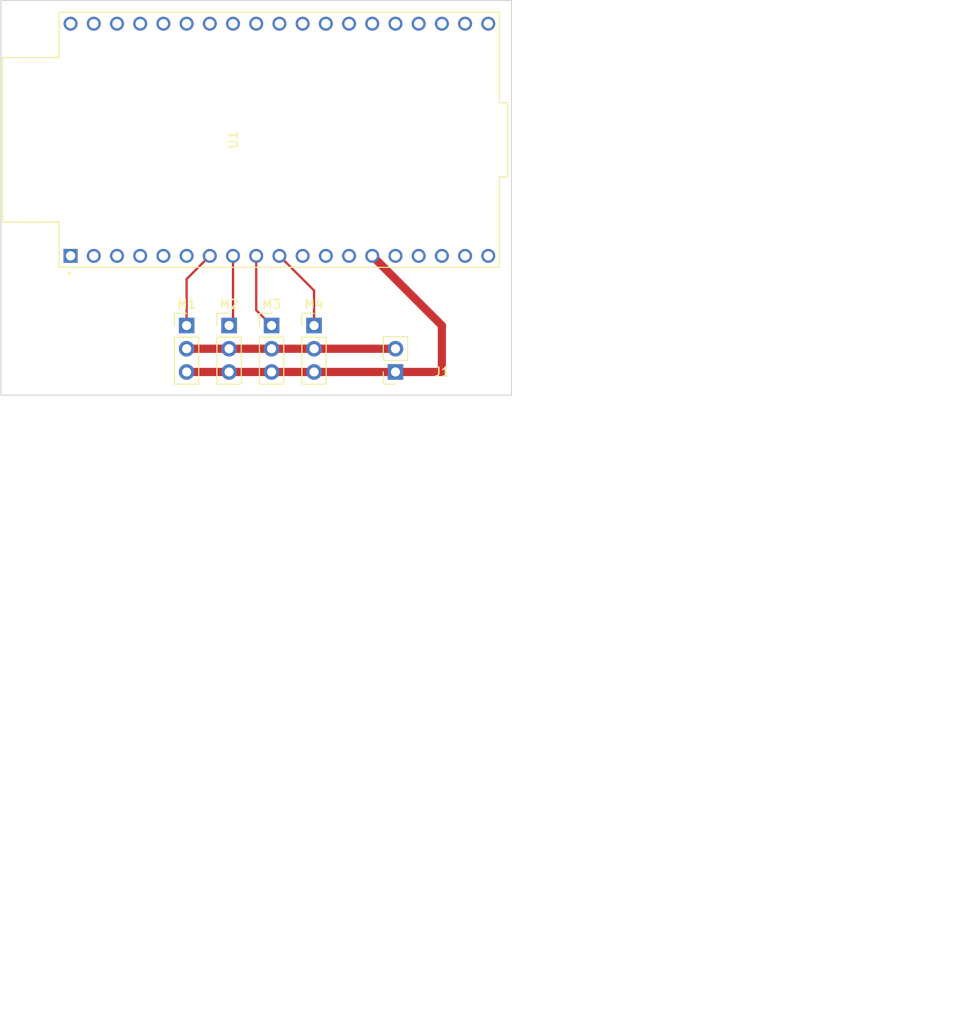
<source format=kicad_pcb>
(kicad_pcb (version 20221018) (generator pcbnew)
  (layers (0 "F.Cu" signal) (31 "B.Cu" signal) (34 "B.Paste" user) (35 "F.Paste" user) (36 "B.SilkS" user "B.Silkscreen") (37 "F.SilkS" user "F.Silkscreen") (38 "B.Mask" user) (39 "F.Mask" user) (44 "Edge.Cuts" user))
  (net 0 "")
  (net 1 "Net-(M1-PWM)")
  (net 2 "Net-(M1--)")
  (net 3 "Net-(M2-PWM)")
  (net 4 "Net-(M3-PWM)")
  (net 5 "Net-(M4-PWM)")
  (net 37 "Net-(M1-+)")
  (footprint "Connector_PinSocket_2.54mm:PinSocket_1x02_P2.54mm_Vertical" (layer "F.Cu") (at 157.49 121.92 180)
    (fp_text reference "J1" (at -5.08 0) (layer "F.SilkS"))
    (fp_text value "Barrel_Jack")
    (fp_line (start -1.33 1.27) (end -1.33 3.87) (stroke (width 0.12)) (layer "F.SilkS"))
    (fp_line (start -1.33 1.27) (end 1.33 1.27) (stroke (width 0.12)) (layer "F.SilkS"))
    (fp_line (start -1.33 3.87) (end 1.33 3.87) (stroke (width 0.12)) (layer "F.SilkS"))
    (fp_line (start 0 -1.33) (end 1.33 -1.33) (stroke (width 0.12)) (layer "F.SilkS"))
    (fp_line (start 1.33 -1.33) (end 1.33 0) (stroke (width 0.12)) (layer "F.SilkS"))
    (fp_line (start 1.33 1.27) (end 1.33 3.87) (stroke (width 0.12)) (layer "F.SilkS"))
    (pad "1" thru_hole rect (at 0 0 180) (size 1.7 1.7) (drill 1) (layers "*.Cu" "*.Mask") (net 2 "Net-(M1--)"))
    (pad "2" thru_hole oval (at 0 2.54 180) (size 1.7 1.7) (drill 1) (layers "*.Cu" "*.Mask") (net 37 "Net-(M1-+)"))
  )
  (footprint "Connector_PinHeader_2.54mm:PinHeader_1x03_P2.54mm_Vertical" (layer "F.Cu") (at 143.93 116.84)
    (fp_text reference "M3" (at 0 -2.33) (layer "F.SilkS"))
    (fp_text value "Motor_Servo")
    (fp_line (start -1.33 -1.33) (end 0 -1.33) (stroke (width 0.12)) (layer "F.SilkS"))
    (fp_line (start -1.33 0) (end -1.33 -1.33) (stroke (width 0.12)) (layer "F.SilkS"))
    (fp_line (start -1.33 1.27) (end -1.33 6.41) (stroke (width 0.12)) (layer "F.SilkS"))
    (fp_line (start -1.33 1.27) (end 1.33 1.27) (stroke (width 0.12)) (layer "F.SilkS"))
    (fp_line (start -1.33 6.41) (end 1.33 6.41) (stroke (width 0.12)) (layer "F.SilkS"))
    (fp_line (start 1.33 1.27) (end 1.33 6.41) (stroke (width 0.12)) (layer "F.SilkS"))
    (pad "1" thru_hole rect (at 0 0) (size 1.7 1.7) (drill 1) (layers "*.Cu" "*.Mask") (net 4 "Net-(M3-PWM)"))
    (pad "2" thru_hole oval (at 0 2.54) (size 1.7 1.7) (drill 1) (layers "*.Cu" "*.Mask") (net 37 "Net-(M1-+)"))
    (pad "3" thru_hole oval (at 0 5.08) (size 1.7 1.7) (drill 1) (layers "*.Cu" "*.Mask") (net 2 "Net-(M1--)"))
  )
  (footprint "Connector_PinHeader_2.54mm:PinHeader_1x03_P2.54mm_Vertical" (layer "F.Cu") (at 148.58 116.84)
    (fp_text reference "M4" (at 0 -2.33) (layer "F.SilkS"))
    (fp_text value "Motor_Servo")
    (fp_line (start -1.33 -1.33) (end 0 -1.33) (stroke (width 0.12)) (layer "F.SilkS"))
    (fp_line (start -1.33 0) (end -1.33 -1.33) (stroke (width 0.12)) (layer "F.SilkS"))
    (fp_line (start -1.33 1.27) (end -1.33 6.41) (stroke (width 0.12)) (layer "F.SilkS"))
    (fp_line (start -1.33 1.27) (end 1.33 1.27) (stroke (width 0.12)) (layer "F.SilkS"))
    (fp_line (start -1.33 6.41) (end 1.33 6.41) (stroke (width 0.12)) (layer "F.SilkS"))
    (fp_line (start 1.33 1.27) (end 1.33 6.41) (stroke (width 0.12)) (layer "F.SilkS"))
    (pad "1" thru_hole rect (at 0 0) (size 1.7 1.7) (drill 1) (layers "*.Cu" "*.Mask") (net 5 "Net-(M4-PWM)"))
    (pad "2" thru_hole oval (at 0 2.54) (size 1.7 1.7) (drill 1) (layers "*.Cu" "*.Mask") (net 37 "Net-(M1-+)"))
    (pad "3" thru_hole oval (at 0 5.08) (size 1.7 1.7) (drill 1) (layers "*.Cu" "*.Mask") (net 2 "Net-(M1--)"))
  )
  (footprint "Connector_PinHeader_2.54mm:PinHeader_1x03_P2.54mm_Vertical" (layer "F.Cu") (at 134.63 116.84)
    (fp_text reference "M1" (at 0 -2.33) (layer "F.SilkS"))
    (fp_text value "Motor_Servo")
    (fp_line (start -1.33 -1.33) (end 0 -1.33) (stroke (width 0.12)) (layer "F.SilkS"))
    (fp_line (start -1.33 0) (end -1.33 -1.33) (stroke (width 0.12)) (layer "F.SilkS"))
    (fp_line (start -1.33 1.27) (end -1.33 6.41) (stroke (width 0.12)) (layer "F.SilkS"))
    (fp_line (start -1.33 1.27) (end 1.33 1.27) (stroke (width 0.12)) (layer "F.SilkS"))
    (fp_line (start -1.33 6.41) (end 1.33 6.41) (stroke (width 0.12)) (layer "F.SilkS"))
    (fp_line (start 1.33 1.27) (end 1.33 6.41) (stroke (width 0.12)) (layer "F.SilkS"))
    (pad "1" thru_hole rect (at 0 0) (size 1.7 1.7) (drill 1) (layers "*.Cu" "*.Mask") (net 1 "Net-(M1-PWM)"))
    (pad "2" thru_hole oval (at 0 2.54) (size 1.7 1.7) (drill 1) (layers "*.Cu" "*.Mask") (net 37 "Net-(M1-+)"))
    (pad "3" thru_hole oval (at 0 5.08) (size 1.7 1.7) (drill 1) (layers "*.Cu" "*.Mask") (net 2 "Net-(M1--)"))
  )
  (footprint "Connector_PinHeader_2.54mm:PinHeader_1x03_P2.54mm_Vertical" (layer "F.Cu") (at 139.28 116.84)
    (fp_text reference "M2" (at 0 -2.33) (layer "F.SilkS"))
    (fp_text value "Motor_Servo")
    (fp_line (start -1.33 -1.33) (end 0 -1.33) (stroke (width 0.12)) (layer "F.SilkS"))
    (fp_line (start -1.33 0) (end -1.33 -1.33) (stroke (width 0.12)) (layer "F.SilkS"))
    (fp_line (start -1.33 1.27) (end -1.33 6.41) (stroke (width 0.12)) (layer "F.SilkS"))
    (fp_line (start -1.33 1.27) (end 1.33 1.27) (stroke (width 0.12)) (layer "F.SilkS"))
    (fp_line (start -1.33 6.41) (end 1.33 6.41) (stroke (width 0.12)) (layer "F.SilkS"))
    (fp_line (start 1.33 1.27) (end 1.33 6.41) (stroke (width 0.12)) (layer "F.SilkS"))
    (pad "1" thru_hole rect (at 0 0) (size 1.7 1.7) (drill 1) (layers "*.Cu" "*.Mask") (net 3 "Net-(M2-PWM)"))
    (pad "2" thru_hole oval (at 0 2.54) (size 1.7 1.7) (drill 1) (layers "*.Cu" "*.Mask") (net 37 "Net-(M1-+)"))
    (pad "3" thru_hole oval (at 0 5.08) (size 1.7 1.7) (drill 1) (layers "*.Cu" "*.Mask") (net 2 "Net-(M1--)"))
  )
  (footprint "ESP32-DEVKITC-32U:MODULE_ESP32-DEVKITC-32U" (layer "F.Cu") (at 144.78 96.52 90)
    (fp_text reference "U1" (at 0 -5.07 90) (layer "F.SilkS"))
    (fp_text value "ESP32-DEVKITC-32U")
    (fp_line (start -13.95 -24.1) (end -13.95 24.1) (stroke (width 0.127)) (layer "F.SilkS"))
    (fp_line (start -13.95 24.1) (end -4.07 24.1) (stroke (width 0.127)) (layer "F.SilkS"))
    (fp_line (start -9 -30.3) (end 9 -30.3) (stroke (width 0.127)) (layer "F.SilkS"))
    (fp_line (start -9 -24.1) (end -13.95 -24.1) (stroke (width 0.127)) (layer "F.SilkS"))
    (fp_line (start -9 -24.1) (end -9 -30.3) (stroke (width 0.127)) (layer "F.SilkS"))
    (fp_line (start -4.07 24.1) (end -4.07 25) (stroke (width 0.127)) (layer "F.SilkS"))
    (fp_line (start -4.07 25) (end 4.06 25) (stroke (width 0.127)) (layer "F.SilkS"))
    (fp_line (start 4.06 24.1) (end 13.95 24.1) (stroke (width 0.127)) (layer "F.SilkS"))
    (fp_line (start 4.06 25) (end 4.06 24.1) (stroke (width 0.127)) (layer "F.SilkS"))
    (fp_line (start 9 -30.3) (end 9 -24.1) (stroke (width 0.127)) (layer "F.SilkS"))
    (fp_line (start 13.95 -24.1) (end 9 -24.1) (stroke (width 0.127)) (layer "F.SilkS"))
    (fp_line (start 13.95 24.1) (end 13.95 -24.1) (stroke (width 0.127)) (layer "F.SilkS"))
    (fp_circle (center -14.57 -22.97) (end -14.47 -22.97) (stroke (width 0.2)) (fill none) (layer "F.SilkS"))
    (pad "1" thru_hole rect (at -12.7 -22.85 90) (size 1.53 1.53) (drill 1.02) (layers "*.Cu" "*.Mask"))
    (pad "2" thru_hole circle (at -12.7 -20.31 90) (size 1.53 1.53) (drill 1.02) (layers "*.Cu" "*.Mask"))
    (pad "3" thru_hole circle (at -12.7 -17.77 90) (size 1.53 1.53) (drill 1.02) (layers "*.Cu" "*.Mask"))
    (pad "4" thru_hole circle (at -12.7 -15.23 90) (size 1.53 1.53) (drill 1.02) (layers "*.Cu" "*.Mask"))
    (pad "5" thru_hole circle (at -12.7 -12.69 90) (size 1.53 1.53) (drill 1.02) (layers "*.Cu" "*.Mask"))
    (pad "6" thru_hole circle (at -12.7 -10.15 90) (size 1.53 1.53) (drill 1.02) (layers "*.Cu" "*.Mask"))
    (pad "7" thru_hole circle (at -12.7 -7.61 90) (size 1.53 1.53) (drill 1.02) (layers "*.Cu" "*.Mask") (net 1 "Net-(M1-PWM)"))
    (pad "8" thru_hole circle (at -12.7 -5.07 90) (size 1.53 1.53) (drill 1.02) (layers "*.Cu" "*.Mask") (net 3 "Net-(M2-PWM)"))
    (pad "9" thru_hole circle (at -12.7 -2.53 90) (size 1.53 1.53) (drill 1.02) (layers "*.Cu" "*.Mask") (net 4 "Net-(M3-PWM)"))
    (pad "10" thru_hole circle (at -12.7 0.01 90) (size 1.53 1.53) (drill 1.02) (layers "*.Cu" "*.Mask") (net 5 "Net-(M4-PWM)"))
    (pad "11" thru_hole circle (at -12.7 2.55 90) (size 1.53 1.53) (drill 1.02) (layers "*.Cu" "*.Mask"))
    (pad "12" thru_hole circle (at -12.7 5.09 90) (size 1.53 1.53) (drill 1.02) (layers "*.Cu" "*.Mask"))
    (pad "13" thru_hole circle (at -12.7 7.63 90) (size 1.53 1.53) (drill 1.02) (layers "*.Cu" "*.Mask"))
    (pad "14" thru_hole circle (at -12.7 10.17 90) (size 1.53 1.53) (drill 1.02) (layers "*.Cu" "*.Mask") (net 2 "Net-(M1--)"))
    (pad "15" thru_hole circle (at -12.7 12.71 90) (size 1.53 1.53) (drill 1.02) (layers "*.Cu" "*.Mask"))
    (pad "16" thru_hole circle (at -12.7 15.25 90) (size 1.53 1.53) (drill 1.02) (layers "*.Cu" "*.Mask"))
    (pad "17" thru_hole circle (at -12.7 17.79 90) (size 1.53 1.53) (drill 1.02) (layers "*.Cu" "*.Mask"))
    (pad "18" thru_hole circle (at -12.7 20.33 90) (size 1.53 1.53) (drill 1.02) (layers "*.Cu" "*.Mask"))
    (pad "19" thru_hole circle (at -12.7 22.87 90) (size 1.53 1.53) (drill 1.02) (layers "*.Cu" "*.Mask"))
    (pad "20" thru_hole circle (at 12.7 22.87 90) (size 1.53 1.53) (drill 1.02) (layers "*.Cu" "*.Mask"))
    (pad "21" thru_hole circle (at 12.7 20.33 90) (size 1.53 1.53) (drill 1.02) (layers "*.Cu" "*.Mask"))
    (pad "22" thru_hole circle (at 12.7 17.79 90) (size 1.53 1.53) (drill 1.02) (layers "*.Cu" "*.Mask"))
    (pad "23" thru_hole circle (at 12.7 15.25 90) (size 1.53 1.53) (drill 1.02) (layers "*.Cu" "*.Mask"))
    (pad "24" thru_hole circle (at 12.7 12.71 90) (size 1.53 1.53) (drill 1.02) (layers "*.Cu" "*.Mask"))
    (pad "25" thru_hole circle (at 12.7 10.17 90) (size 1.53 1.53) (drill 1.02) (layers "*.Cu" "*.Mask"))
    (pad "26" thru_hole circle (at 12.7 7.63 90) (size 1.53 1.53) (drill 1.02) (layers "*.Cu" "*.Mask"))
    (pad "27" thru_hole circle (at 12.7 5.09 90) (size 1.53 1.53) (drill 1.02) (layers "*.Cu" "*.Mask"))
    (pad "28" thru_hole circle (at 12.7 2.55 90) (size 1.53 1.53) (drill 1.02) (layers "*.Cu" "*.Mask"))
    (pad "29" thru_hole circle (at 12.7 0.01 90) (size 1.53 1.53) (drill 1.02) (layers "*.Cu" "*.Mask"))
    (pad "30" thru_hole circle (at 12.7 -2.53 90) (size 1.53 1.53) (drill 1.02) (layers "*.Cu" "*.Mask"))
    (pad "31" thru_hole circle (at 12.7 -5.07 90) (size 1.53 1.53) (drill 1.02) (layers "*.Cu" "*.Mask"))
    (pad "32" thru_hole circle (at 12.7 -7.61 90) (size 1.53 1.53) (drill 1.02) (layers "*.Cu" "*.Mask"))
    (pad "33" thru_hole circle (at 12.7 -10.15 90) (size 1.53 1.53) (drill 1.02) (layers "*.Cu" "*.Mask"))
    (pad "34" thru_hole circle (at 12.7 -12.69 90) (size 1.53 1.53) (drill 1.02) (layers "*.Cu" "*.Mask"))
    (pad "35" thru_hole circle (at 12.7 -15.23 90) (size 1.53 1.53) (drill 1.02) (layers "*.Cu" "*.Mask"))
    (pad "36" thru_hole circle (at 12.7 -17.77 90) (size 1.53 1.53) (drill 1.02) (layers "*.Cu" "*.Mask"))
    (pad "37" thru_hole circle (at 12.7 -20.31 90) (size 1.53 1.53) (drill 1.02) (layers "*.Cu" "*.Mask"))
    (pad "38" thru_hole circle (at 12.7 -22.85 90) (size 1.53 1.53) (drill 1.02) (layers "*.Cu" "*.Mask"))
  )
  (gr_rect (start 114.31 81.28) (end 170.19 124.46) (stroke (width 0.1)) (fill none) (layer "Edge.Cuts"))
  (segment (start 134.63 111.76) (end 134.63 116.84) (width 0.25) (layer "F.Cu") (net 1))
  (segment (start 137.17 109.22) (end 134.63 111.76) (width 0.25) (layer "F.Cu") (net 1))
  (segment (start 162.57 116.84) (end 162.57 121.92) (width 0.9) (layer "F.Cu") (net 2))
  (segment (start 157.49 121.92) (end 134.63 121.92) (width 0.9) (layer "F.Cu") (net 2))
  (segment (start 154.95 109.22) (end 162.57 116.84) (width 0.9) (layer "F.Cu") (net 2))
  (segment (start 162.57 121.92) (end 157.49 121.92) (width 0.9) (layer "F.Cu") (net 2))
  (segment (start 139.71 116.41) (end 139.28 116.84) (width 0.25) (layer "F.Cu") (net 3))
  (segment (start 139.71 109.22) (end 139.71 116.41) (width 0.25) (layer "F.Cu") (net 3))
  (segment (start 142.25 109.22) (end 142.25 115.16) (width 0.25) (layer "F.Cu") (net 4))
  (segment (start 142.25 115.16) (end 143.93 116.84) (width 0.25) (layer "F.Cu") (net 4))
  (segment (start 148.58 113.01) (end 144.79 109.22) (width 0.25) (layer "F.Cu") (net 5))
  (segment (start 148.58 116.84) (end 148.58 113.01) (width 0.25) (layer "F.Cu") (net 5))
  (segment (start 157.49 119.38) (end 134.63 119.38) (width 0.9) (layer "F.Cu") (net 37))
)
</source>
